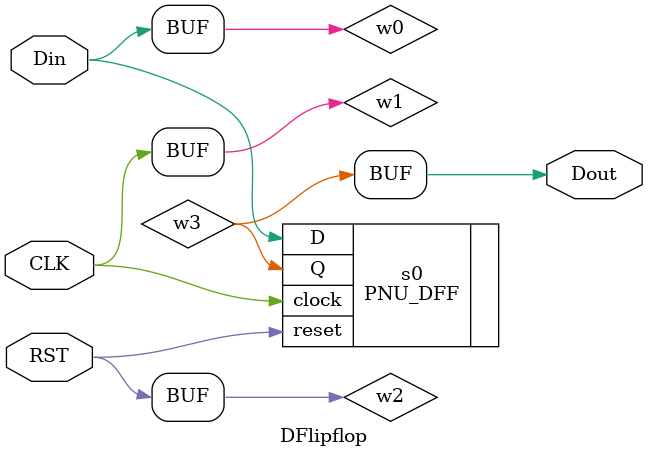
<source format=v>
module DFlipflop(Din,CLK,RST,Dout);

input Din;
input CLK;
input RST;
output Dout;

wire  w0;
wire  w1;
wire  w2;
wire  w3;

assign w0 = Din;
assign w1 = CLK;
assign w2 = RST;
assign Dout = w3;

PNU_DFF
     s0 (
      .D(w0),
      .clock(w1),
      .reset(w2),
      .Q(w3));

endmodule


</source>
